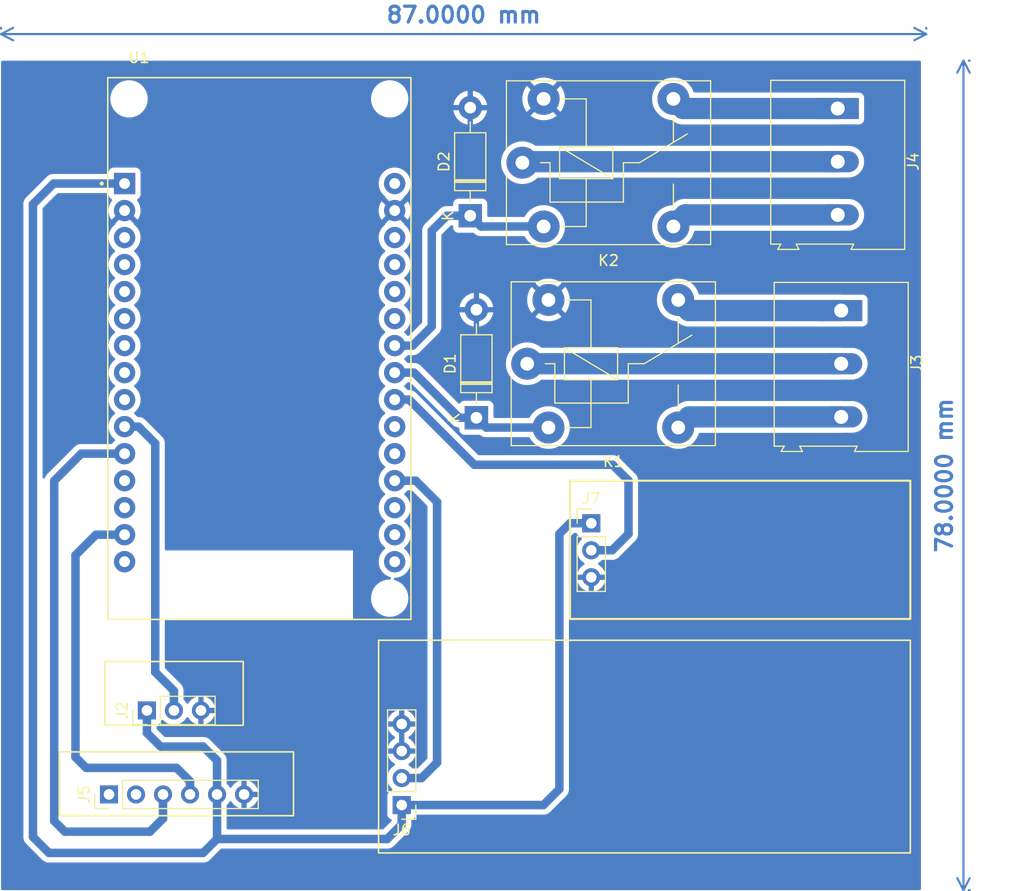
<source format=kicad_pcb>
(kicad_pcb (version 20221018) (generator pcbnew)
  (layers (0 "F.Cu" signal) (31 "B.Cu" signal) (34 "B.Paste" user) (35 "F.Paste" user) (36 "B.SilkS" user "B.Silkscreen") (37 "F.SilkS" user "F.Silkscreen") (38 "B.Mask" user) (39 "F.Mask" user) (44 "Edge.Cuts" user))
  (net 0 "")
  (net 17 "GND")
  (net 18 "SDA")
  (net 19 "SCL")
  (net 20 "Net-(J3-Pin_1)")
  (net 21 "Net-(J3-Pin_2)")
  (net 22 "Net-(J3-Pin_3)")
  (net 23 "Net-(J4-Pin_1)")
  (net 24 "Net-(J4-Pin_2)")
  (net 25 "Net-(J4-Pin_3)")
  (net 26 "D25")
  (net 27 "D26")
  (net 28 "+3.3V")
  (net 29 "DHT11")
  (net 30 "+5V")
  (net 31 "D33")
  (net 32 "D34")
  (footprint "Relay_THT:Relay_SPDT_Finder_36.11" (layer "F.Cu") (at 154.975 89)
    (fp_text reference "K1" (at 8.1 9.2) (layer "F.SilkS"))
    (fp_text value "Relay_SPDT")
    (fp_line (start -1.5 -7.7) (end -1.5 -1.2) (stroke (width 0.12)) (layer "F.SilkS"))
    (fp_line (start -1.5 -7.7) (end 17.7 -7.7) (stroke (width 0.12)) (layer "F.SilkS"))
    (fp_line (start -1.5 1.2) (end -1.5 7.7) (stroke (width 0.12)) (layer "F.SilkS"))
    (fp_line (start 2.6 0) (end 1.7 0) (stroke (width 0.12)) (layer "F.SilkS"))
    (fp_line (start 2.6 0) (end 2.6 3.7) (stroke (width 0.12)) (layer "F.SilkS"))
    (fp_line (start 3.5 -1.5) (end 8.5 -1.5) (stroke (width 0.12)) (layer "F.SilkS"))
    (fp_line (start 3.5 1.5) (end 3.5 -1.5) (stroke (width 0.12)) (layer "F.SilkS"))
    (fp_line (start 3.7 6) (end 6 6) (stroke (width 0.12)) (layer "F.SilkS"))
    (fp_line (start 6 -6) (end 3.7 -6) (stroke (width 0.12)) (layer "F.SilkS"))
    (fp_line (start 6 -6) (end 6 -1.5) (stroke (width 0.12)) (layer "F.SilkS"))
    (fp_line (start 6 1.5) (end 6 6) (stroke (width 0.12)) (layer "F.SilkS"))
    (fp_line (start 8.5 -1.5) (end 8.5 1.5) (stroke (width 0.12)) (layer "F.SilkS"))
    (fp_line (start 8.5 1.5) (end 3.5 -1.5) (stroke (width 0.12)) (layer "F.SilkS"))
    (fp_line (start 8.5 1.5) (end 3.5 1.5) (stroke (width 0.12)) (layer "F.SilkS"))
    (fp_line (start 9.5 0) (end 9.5 3.7) (stroke (width 0.12)) (layer "F.SilkS"))
    (fp_line (start 9.5 0) (end 11 0) (stroke (width 0.12)) (layer "F.SilkS"))
    (fp_line (start 9.5 3.7) (end 2.6 3.7) (stroke (width 0.12)) (layer "F.SilkS"))
    (fp_line (start 11 0) (end 15.5 -2.7) (stroke (width 0.12)) (layer "F.SilkS"))
    (fp_line (start 14.2 -4.3) (end 14.2 -2) (stroke (width 0.12)) (layer "F.SilkS"))
    (fp_line (start 14.2 4.3) (end 14.2 2) (stroke (width 0.12)) (layer "F.SilkS"))
    (fp_line (start 17.7 -7.7) (end 17.7 7.7) (stroke (width 0.12)) (layer "F.SilkS"))
    (fp_line (start 17.7 7.7) (end -1.5 7.7) (stroke (width 0.12)) (layer "F.SilkS"))
    (pad "11" thru_hole circle (at 0 0) (size 3 3) (drill 1.3) (layers "*.Cu" "*.Mask") (net 21 "Net-(J3-Pin_2)"))
    (pad "12" thru_hole circle (at 14.2 -6) (size 3 3) (drill 1.3) (layers "*.Cu" "*.Mask") (net 20 "Net-(J3-Pin_1)"))
    (pad "14" thru_hole circle (at 14.2 6) (size 3 3) (drill 1.3) (layers "*.Cu" "*.Mask") (net 22 "Net-(J3-Pin_3)"))
    (pad "A1" thru_hole circle (at 2 6) (size 3 3) (drill 1.3) (layers "*.Cu" "*.Mask") (net 26 "D25"))
    (pad "A2" thru_hole circle (at 2 -6) (size 3 3) (drill 1.3) (layers "*.Cu" "*.Mask") (net 17 "GND"))
  )
  (footprint "Relay_THT:Relay_SPDT_Finder_36.11" (layer "F.Cu") (at 154.523 70.096)
    (fp_text reference "K2" (at 8.1 9.2) (layer "F.SilkS"))
    (fp_text value "Relay_SPDT")
    (fp_line (start -1.5 -7.7) (end -1.5 -1.2) (stroke (width 0.12)) (layer "F.SilkS"))
    (fp_line (start -1.5 -7.7) (end 17.7 -7.7) (stroke (width 0.12)) (layer "F.SilkS"))
    (fp_line (start -1.5 1.2) (end -1.5 7.7) (stroke (width 0.12)) (layer "F.SilkS"))
    (fp_line (start 2.6 0) (end 1.7 0) (stroke (width 0.12)) (layer "F.SilkS"))
    (fp_line (start 2.6 0) (end 2.6 3.7) (stroke (width 0.12)) (layer "F.SilkS"))
    (fp_line (start 3.5 -1.5) (end 8.5 -1.5) (stroke (width 0.12)) (layer "F.SilkS"))
    (fp_line (start 3.5 1.5) (end 3.5 -1.5) (stroke (width 0.12)) (layer "F.SilkS"))
    (fp_line (start 3.7 6) (end 6 6) (stroke (width 0.12)) (layer "F.SilkS"))
    (fp_line (start 6 -6) (end 3.7 -6) (stroke (width 0.12)) (layer "F.SilkS"))
    (fp_line (start 6 -6) (end 6 -1.5) (stroke (width 0.12)) (layer "F.SilkS"))
    (fp_line (start 6 1.5) (end 6 6) (stroke (width 0.12)) (layer "F.SilkS"))
    (fp_line (start 8.5 -1.5) (end 8.5 1.5) (stroke (width 0.12)) (layer "F.SilkS"))
    (fp_line (start 8.5 1.5) (end 3.5 -1.5) (stroke (width 0.12)) (layer "F.SilkS"))
    (fp_line (start 8.5 1.5) (end 3.5 1.5) (stroke (width 0.12)) (layer "F.SilkS"))
    (fp_line (start 9.5 0) (end 9.5 3.7) (stroke (width 0.12)) (layer "F.SilkS"))
    (fp_line (start 9.5 0) (end 11 0) (stroke (width 0.12)) (layer "F.SilkS"))
    (fp_line (start 9.5 3.7) (end 2.6 3.7) (stroke (width 0.12)) (layer "F.SilkS"))
    (fp_line (start 11 0) (end 15.5 -2.7) (stroke (width 0.12)) (layer "F.SilkS"))
    (fp_line (start 14.2 -4.3) (end 14.2 -2) (stroke (width 0.12)) (layer "F.SilkS"))
    (fp_line (start 14.2 4.3) (end 14.2 2) (stroke (width 0.12)) (layer "F.SilkS"))
    (fp_line (start 17.7 -7.7) (end 17.7 7.7) (stroke (width 0.12)) (layer "F.SilkS"))
    (fp_line (start 17.7 7.7) (end -1.5 7.7) (stroke (width 0.12)) (layer "F.SilkS"))
    (pad "11" thru_hole circle (at 0 0) (size 3 3) (drill 1.3) (layers "*.Cu" "*.Mask") (net 24 "Net-(J4-Pin_2)"))
    (pad "12" thru_hole circle (at 14.2 -6) (size 3 3) (drill 1.3) (layers "*.Cu" "*.Mask") (net 23 "Net-(J4-Pin_1)"))
    (pad "14" thru_hole circle (at 14.2 6) (size 3 3) (drill 1.3) (layers "*.Cu" "*.Mask") (net 25 "Net-(J4-Pin_3)"))
    (pad "A1" thru_hole circle (at 2 6) (size 3 3) (drill 1.3) (layers "*.Cu" "*.Mask") (net 27 "D26"))
    (pad "A2" thru_hole circle (at 2 -6) (size 3 3) (drill 1.3) (layers "*.Cu" "*.Mask") (net 17 "GND"))
  )
  (footprint "TerminalBlock:TerminalBlock_Altech_AK300-3_P5.00mm" (layer "F.Cu") (at 184.175 65 -90)
    (fp_text reference "J4" (at 5 -7.1 90) (layer "F.SilkS"))
    (fp_text value "Screw_Terminal_01x03")
    (fp_line (start -2.65 -6.3) (end -2.65 6.3) (stroke (width 0.12)) (layer "F.SilkS"))
    (fp_line (start -2.65 6.3) (end 12.75 6.3) (stroke (width 0.12)) (layer "F.SilkS"))
    (fp_line (start 12.75 -1.5) (end 13.25 -1.25) (stroke (width 0.12)) (layer "F.SilkS"))
    (fp_line (start 12.75 3.9) (end 12.75 -1.5) (stroke (width 0.12)) (layer "F.SilkS"))
    (fp_line (start 12.75 5.35) (end 13.25 5.65) (stroke (width 0.12)) (layer "F.SilkS"))
    (fp_line (start 12.75 6.3) (end 12.75 5.35) (stroke (width 0.12)) (layer "F.SilkS"))
    (fp_line (start 13.25 -6.3) (end -2.65 -6.3) (stroke (width 0.12)) (layer "F.SilkS"))
    (fp_line (start 13.25 -1.25) (end 13.25 -6.3) (stroke (width 0.12)) (layer "F.SilkS"))
    (fp_line (start 13.25 3.65) (end 12.75 3.9) (stroke (width 0.12)) (layer "F.SilkS"))
    (fp_line (start 13.25 5.65) (end 13.25 3.65) (stroke (width 0.12)) (layer "F.SilkS"))
    (pad "1" thru_hole rect (at 0 0 270) (size 1.98 3.96) (drill 1.32) (layers "*.Cu" "*.Mask") (net 23 "Net-(J4-Pin_1)"))
    (pad "2" thru_hole oval (at 5 0 270) (size 1.98 3.96) (drill 1.32) (layers "*.Cu" "*.Mask") (net 24 "Net-(J4-Pin_2)"))
    (pad "3" thru_hole oval (at 10 0 270) (size 1.98 3.96) (drill 1.32) (layers "*.Cu" "*.Mask") (net 25 "Net-(J4-Pin_3)"))
  )
  (footprint "Connector_PinHeader_2.54mm:PinHeader_1x04_P2.54mm_Vertical" (layer "F.Cu") (at 143.175 130.5 180)
    (fp_text reference "J6" (at 0 -2.33) (layer "F.SilkS"))
    (fp_text value "ZMPT101b")
    (fp_line (start -1.33 -1.33) (end 0 -1.33) (stroke (width 0.12)) (layer "F.SilkS"))
    (fp_line (start -1.33 0) (end -1.33 -1.33) (stroke (width 0.12)) (layer "F.SilkS"))
    (fp_line (start -1.33 1.27) (end -1.33 8.95) (stroke (width 0.12)) (layer "F.SilkS"))
    (fp_line (start -1.33 1.27) (end 1.33 1.27) (stroke (width 0.12)) (layer "F.SilkS"))
    (fp_line (start -1.33 8.95) (end 1.33 8.95) (stroke (width 0.12)) (layer "F.SilkS"))
    (fp_line (start 1.33 1.27) (end 1.33 8.95) (stroke (width 0.12)) (layer "F.SilkS"))
    (pad "1" thru_hole rect (at 0 0 180) (size 1.7 1.7) (drill 1) (layers "*.Cu" "*.Mask") (net 28 "+3.3V"))
    (pad "2" thru_hole oval (at 0 2.54 180) (size 1.7 1.7) (drill 1) (layers "*.Cu" "*.Mask") (net 32 "D34"))
    (pad "3" thru_hole oval (at 0 5.08 180) (size 1.7 1.7) (drill 1) (layers "*.Cu" "*.Mask") (net 17 "GND"))
    (pad "4" thru_hole oval (at 0 7.62 180) (size 1.7 1.7) (drill 1) (layers "*.Cu" "*.Mask") (net 17 "GND"))
  )
  (footprint "Connector_PinHeader_2.54mm:PinHeader_1x03_P2.54mm_Vertical" (layer "F.Cu") (at 161 104)
    (fp_text reference "J7" (at 0 -2.33) (layer "F.SilkS"))
    (fp_text value "ACS712")
    (fp_line (start -1.33 -1.33) (end 0 -1.33) (stroke (width 0.12)) (layer "F.SilkS"))
    (fp_line (start -1.33 0) (end -1.33 -1.33) (stroke (width 0.12)) (layer "F.SilkS"))
    (fp_line (start -1.33 1.27) (end -1.33 6.41) (stroke (width 0.12)) (layer "F.SilkS"))
    (fp_line (start -1.33 1.27) (end 1.33 1.27) (stroke (width 0.12)) (layer "F.SilkS"))
    (fp_line (start -1.33 6.41) (end 1.33 6.41) (stroke (width 0.12)) (layer "F.SilkS"))
    (fp_line (start 1.33 1.27) (end 1.33 6.41) (stroke (width 0.12)) (layer "F.SilkS"))
    (pad "1" thru_hole rect (at 0 0) (size 1.7 1.7) (drill 1) (layers "*.Cu" "*.Mask") (net 28 "+3.3V"))
    (pad "2" thru_hole oval (at 0 2.54) (size 1.7 1.7) (drill 1) (layers "*.Cu" "*.Mask") (net 31 "D33"))
    (pad "3" thru_hole oval (at 0 5.08) (size 1.7 1.7) (drill 1) (layers "*.Cu" "*.Mask") (net 17 "GND"))
  )
  (footprint "ESP32-DEVKIT-V1:MODULE_ESP32_DEVKIT_V1" (layer "F.Cu") (at 129.814 87.57)
    (fp_text reference "U1" (at -11.355 -27.36) (layer "F.SilkS"))
    (fp_text value "ESP32-DEVKIT-V1")
    (fp_line (start -14.28 -25.475) (end -3.211 -25.475) (stroke (width 0.127)) (layer "F.SilkS"))
    (fp_line (start -14.28 -25.475) (end 14.23 -25.475) (stroke (width 0.127)) (layer "F.SilkS"))
    (fp_line (start -14.28 25.475) (end -14.28 -25.475) (stroke (width 0.127)) (layer "F.SilkS"))
    (fp_line (start -14.28 25.475) (end -14.28 -25.475) (stroke (width 0.127)) (layer "F.SilkS"))
    (fp_line (start -14.28 25.475) (end -8.91 25.475) (stroke (width 0.127)) (layer "F.SilkS"))
    (fp_line (start -8.91 25.475) (end 8.78 25.475) (stroke (width 0.127)) (layer "F.SilkS"))
    (fp_line (start -3.211 -25.475) (end 3.5 -25.475) (stroke (width 0.127)) (layer "F.SilkS"))
    (fp_line (start 3.5 -25.475) (end 14.23 -25.475) (stroke (width 0.127)) (layer "F.SilkS"))
    (fp_line (start 8.78 25.475) (end 14.23 25.475) (stroke (width 0.127)) (layer "F.SilkS"))
    (fp_line (start 14.23 -25.475) (end 14.23 25.475) (stroke (width 0.127)) (layer "F.SilkS"))
    (fp_line (start 14.23 -25.475) (end 14.23 25.475) (stroke (width 0.127)) (layer "F.SilkS"))
    (fp_line (start 14.23 25.475) (end -14.28 25.475) (stroke (width 0.127)) (layer "F.SilkS"))
    (fp_circle (center -14.85 -15.515) (end -14.75 -15.515) (stroke (width 0.2)) (fill none) (layer "F.SilkS"))
    (pad "" np_thru_hole circle (at -12.28 -23.475) (size 3 3) (drill 3) (layers "*.Cu" "*.Mask"))
    (pad "" np_thru_hole circle (at -12.28 23.475) (size 3 3) (drill 3) (layers "*.Cu" "*.Mask"))
    (pad "" np_thru_hole circle (at 12.23 -23.475) (size 3 3) (drill 3) (layers "*.Cu" "*.Mask"))
    (pad "" np_thru_hole circle (at 12.23 23.475) (size 3 3) (drill 3) (layers "*.Cu" "*.Mask"))
    (pad "1" thru_hole rect (at -12.7 -15.515) (size 2 2) (drill 1.02) (layers "*.Cu" "*.Mask") (net 28 "+3.3V"))
    (pad "2" thru_hole circle (at -12.7 -12.975) (size 2 2) (drill 1.02) (layers "*.Cu" "*.Mask") (net 17 "GND"))
    (pad "3" thru_hole circle (at -12.7 -10.435) (size 2 2) (drill 1.02) (layers "*.Cu" "*.Mask"))
    (pad "4" thru_hole circle (at -12.7 -7.895) (size 2 2) (drill 1.02) (layers "*.Cu" "*.Mask"))
    (pad "5" thru_hole circle (at -12.7 -5.355) (size 2 2) (drill 1.02) (layers "*.Cu" "*.Mask"))
    (pad "6" thru_hole circle (at -12.7 -2.815) (size 2 2) (drill 1.02) (layers "*.Cu" "*.Mask"))
    (pad "7" thru_hole circle (at -12.7 -0.275) (size 2 2) (drill 1.02) (layers "*.Cu" "*.Mask"))
    (pad "8" thru_hole circle (at -12.7 2.265) (size 2 2) (drill 1.02) (layers "*.Cu" "*.Mask"))
    (pad "9" thru_hole circle (at -12.7 4.805) (size 2 2) (drill 1.02) (layers "*.Cu" "*.Mask"))
    (pad "10" thru_hole circle (at -12.7 7.345) (size 2 2) (drill 1.02) (layers "*.Cu" "*.Mask") (net 29 "DHT11"))
    (pad "11" thru_hole circle (at -12.7 9.885) (size 2 2) (drill 1.02) (layers "*.Cu" "*.Mask") (net 18 "SDA"))
    (pad "12" thru_hole circle (at -12.7 12.425) (size 2 2) (drill 1.02) (layers "*.Cu" "*.Mask"))
    (pad "13" thru_hole circle (at -12.7 14.965) (size 2 2) (drill 1.02) (layers "*.Cu" "*.Mask"))
    (pad "14" thru_hole circle (at -12.7 17.505) (size 2 2) (drill 1.02) (layers "*.Cu" "*.Mask") (net 19 "SCL"))
    (pad "15" thru_hole circle (at -12.7 20.045) (size 2 2) (drill 1.02) (layers "*.Cu" "*.Mask"))
    (pad "16" thru_hole circle (at 12.7 20.045) (size 2 2) (drill 1.02) (layers "*.Cu" "*.Mask"))
    (pad "17" thru_hole circle (at 12.7 17.505) (size 2 2) (drill 1.02) (layers "*.Cu" "*.Mask"))
    (pad "18" thru_hole circle (at 12.7 14.965) (size 2 2) (drill 1.02) (layers "*.Cu" "*.Mask"))
    (pad "19" thru_hole circle (at 12.7 12.425) (size 2 2) (drill 1.02) (layers "*.Cu" "*.Mask") (net 32 "D34"))
    (pad "20" thru_hole circle (at 12.7 9.885) (size 2 2) (drill 1.02) (layers "*.Cu" "*.Mask"))
    (pad "21" thru_hole circle (at 12.7 7.345) (size 2 2) (drill 1.02) (layers "*.Cu" "*.Mask"))
    (pad "22" thru_hole circle (at 12.7 4.805) (size 2 2) (drill 1.02) (layers "*.Cu" "*.Mask") (net 31 "D33"))
    (pad "23" thru_hole circle (at 12.7 2.265) (size 2 2) (drill 1.02) (layers "*.Cu" "*.Mask") (net 26 "D25"))
    (pad "24" thru_hole circle (at 12.7 -0.275) (size 2 2) (drill 1.02) (layers "*.Cu" "*.Mask") (net 27 "D26"))
    (pad "25" thru_hole circle (at 12.7 -2.815) (size 2 2) (drill 1.02) (layers "*.Cu" "*.Mask"))
    (pad "26" thru_hole circle (at 12.7 -5.355) (size 2 2) (drill 1.02) (layers "*.Cu" "*.Mask"))
    (pad "27" thru_hole circle (at 12.7 -7.895) (size 2 2) (drill 1.02) (layers "*.Cu" "*.Mask"))
    (pad "28" thru_hole circle (at 12.7 -10.435) (size 2 2) (drill 1.02) (layers "*.Cu" "*.Mask"))
    (pad "29" thru_hole circle (at 12.7 -12.975) (size 2 2) (drill 1.02) (layers "*.Cu" "*.Mask") (net 17 "GND"))
    (pad "30" thru_hole circle (at 12.7 -15.515) (size 2 2) (drill 1.02) (layers "*.Cu" "*.Mask") (net 30 "+5V"))
    (zone (net 0) (net_name "") (layer "B.Cu") (connect_pads (clearance 0)) (min_thickness 0.01)
      (keepout (tracks not_allowed) (vias not_allowed) (pads not_allowed) (copperpour not_allowed) (footprints allowed))
      (fill (thermal_gap 0.508) (thermal_bridge_width 0.508))
      (polygon (pts (xy 120.904 106.555) (xy 138.594 106.555) (xy 138.594 113.045) (xy 120.904 113.045)))
    )
  )
  (footprint "Connector_PinHeader_2.54mm:PinHeader_1x03_P2.54mm_Vertical" (layer "F.Cu") (at 119.216 121.604 90)
    (fp_text reference "J2" (at 0 -2.33 90) (layer "F.SilkS"))
    (fp_text value "DHT11")
    (fp_line (start -1.33 -1.33) (end 0 -1.33) (stroke (width 0.12)) (layer "F.SilkS"))
    (fp_line (start -1.33 0) (end -1.33 -1.33) (stroke (width 0.12)) (layer "F.SilkS"))
    (fp_line (start -1.33 1.27) (end -1.33 6.41) (stroke (width 0.12)) (layer "F.SilkS"))
    (fp_line (start -1.33 1.27) (end 1.33 1.27) (stroke (width 0.12)) (layer "F.SilkS"))
    (fp_line (start -1.33 6.41) (end 1.33 6.41) (stroke (width 0.12)) (layer "F.SilkS"))
    (fp_line (start 1.33 1.27) (end 1.33 6.41) (stroke (width 0.12)) (layer "F.SilkS"))
    (pad "1" thru_hole rect (at 0 0 90) (size 1.7 1.7) (drill 1) (layers "*.Cu" "*.Mask") (net 28 "+3.3V"))
    (pad "2" thru_hole oval (at 0 2.54 90) (size 1.7 1.7) (drill 1) (layers "*.Cu" "*.Mask") (net 29 "DHT11"))
    (pad "3" thru_hole oval (at 0 5.08 90) (size 1.7 1.7) (drill 1) (layers "*.Cu" "*.Mask") (net 17 "GND"))
  )
  (footprint "Connector_PinHeader_2.54mm:PinHeader_1x06_P2.54mm_Vertical" (layer "F.Cu") (at 115.65 129.5 90)
    (fp_text reference "J5" (at 0 -2.33 90) (layer "F.SilkS"))
    (fp_text value "Conn_01x06_Pin")
    (fp_line (start -1.33 -1.33) (end 0 -1.33) (stroke (width 0.12)) (layer "F.SilkS"))
    (fp_line (start -1.33 0) (end -1.33 -1.33) (stroke (width 0.12)) (layer "F.SilkS"))
    (fp_line (start -1.33 1.27) (end -1.33 14.03) (stroke (width 0.12)) (layer "F.SilkS"))
    (fp_line (start -1.33 1.27) (end 1.33 1.27) (stroke (width 0.12)) (layer "F.SilkS"))
    (fp_line (start -1.33 14.03) (end 1.33 14.03) (stroke (width 0.12)) (layer "F.SilkS"))
    (fp_line (start 1.33 1.27) (end 1.33 14.03) (stroke (width 0.12)) (layer "F.SilkS"))
    (pad "1" thru_hole rect (at 0 0 90) (size 1.7 1.7) (drill 1) (layers "*.Cu" "*.Mask"))
    (pad "2" thru_hole oval (at 0 2.54 90) (size 1.7 1.7) (drill 1) (layers "*.Cu" "*.Mask"))
    (pad "3" thru_hole oval (at 0 5.08 90) (size 1.7 1.7) (drill 1) (layers "*.Cu" "*.Mask") (net 18 "SDA"))
    (pad "4" thru_hole oval (at 0 7.62 90) (size 1.7 1.7) (drill 1) (layers "*.Cu" "*.Mask") (net 19 "SCL"))
    (pad "5" thru_hole oval (at 0 10.16 90) (size 1.7 1.7) (drill 1) (layers "*.Cu" "*.Mask") (net 28 "+3.3V"))
    (pad "6" thru_hole oval (at 0 12.7 90) (size 1.7 1.7) (drill 1) (layers "*.Cu" "*.Mask") (net 17 "GND"))
  )
  (footprint "Diode_THT:D_DO-41_SOD81_P10.16mm_Horizontal" (layer "F.Cu") (at 149.619 75.08 90)
    (fp_text reference "D2" (at 5.08 -2.47 90) (layer "F.SilkS"))
    (fp_text value "1N4001")
    (fp_text user "K" (at 0 -2.1 90) (layer "F.SilkS"))
    (fp_line (start 1.34 0) (end 2.36 0) (stroke (width 0.12)) (layer "F.SilkS"))
    (fp_line (start 2.36 -1.47) (end 2.36 1.47) (stroke (width 0.12)) (layer "F.SilkS"))
    (fp_line (start 2.36 1.47) (end 7.8 1.47) (stroke (width 0.12)) (layer "F.SilkS"))
    (fp_line (start 3.14 -1.47) (end 3.14 1.47) (stroke (width 0.12)) (layer "F.SilkS"))
    (fp_line (start 3.26 -1.47) (end 3.26 1.47) (stroke (width 0.12)) (layer "F.SilkS"))
    (fp_line (start 3.38 -1.47) (end 3.38 1.47) (stroke (width 0.12)) (layer "F.SilkS"))
    (fp_line (start 7.8 -1.47) (end 2.36 -1.47) (stroke (width 0.12)) (layer "F.SilkS"))
    (fp_line (start 7.8 1.47) (end 7.8 -1.47) (stroke (width 0.12)) (layer "F.SilkS"))
    (fp_line (start 8.82 0) (end 7.8 0) (stroke (width 0.12)) (layer "F.SilkS"))
    (pad "1" thru_hole rect (at 0 0 90) (size 2.2 2.2) (drill 1.1) (layers "*.Cu" "*.Mask") (net 27 "D26"))
    (pad "2" thru_hole oval (at 10.16 0 90) (size 2.2 2.2) (drill 1.1) (layers "*.Cu" "*.Mask") (net 17 "GND"))
  )
  (footprint "TerminalBlock:TerminalBlock_Altech_AK300-3_P5.00mm" (layer "F.Cu") (at 184.5 84 -90)
    (fp_text reference "J3" (at 5 -7.1 90) (layer "F.SilkS"))
    (fp_text value "Screw_Terminal_01x03")
    (fp_line (start -2.65 -6.3) (end -2.65 6.3) (stroke (width 0.12)) (layer "F.SilkS"))
    (fp_line (start -2.65 6.3) (end 12.75 6.3) (stroke (width 0.12)) (layer "F.SilkS"))
    (fp_line (start 12.75 -1.5) (end 13.25 -1.25) (stroke (width 0.12)) (layer "F.SilkS"))
    (fp_line (start 12.75 3.9) (end 12.75 -1.5) (stroke (width 0.12)) (layer "F.SilkS"))
    (fp_line (start 12.75 5.35) (end 13.25 5.65) (stroke (width 0.12)) (layer "F.SilkS"))
    (fp_line (start 12.75 6.3) (end 12.75 5.35) (stroke (width 0.12)) (layer "F.SilkS"))
    (fp_line (start 13.25 -6.3) (end -2.65 -6.3) (stroke (width 0.12)) (layer "F.SilkS"))
    (fp_line (start 13.25 -1.25) (end 13.25 -6.3) (stroke (width 0.12)) (layer "F.SilkS"))
    (fp_line (start 13.25 3.65) (end 12.75 3.9) (stroke (width 0.12)) (layer "F.SilkS"))
    (fp_line (start 13.25 5.65) (end 13.25 3.65) (stroke (width 0.12)) (layer "F.SilkS"))
    (pad "1" thru_hole rect (at 0 0 270) (size 1.98 3.96) (drill 1.32) (layers "*.Cu" "*.Mask") (net 20 "Net-(J3-Pin_1)"))
    (pad "2" thru_hole oval (at 5 0 270) (size 1.98 3.96) (drill 1.32) (layers "*.Cu" "*.Mask") (net 21 "Net-(J3-Pin_2)"))
    (pad "3" thru_hole oval (at 10 0 270) (size 1.98 3.96) (drill 1.32) (layers "*.Cu" "*.Mask") (net 22 "Net-(J3-Pin_3)"))
  )
  (footprint "Diode_THT:D_DO-41_SOD81_P10.16mm_Horizontal" (layer "F.Cu") (at 150.198 94.08 90)
    (fp_text reference "D1" (at 5.08 -2.47 90) (layer "F.SilkS"))
    (fp_text value "1N4001")
    (fp_text user "K" (at 0 -2.1 90) (layer "F.SilkS"))
    (fp_line (start 1.34 0) (end 2.36 0) (stroke (width 0.12)) (layer "F.SilkS"))
    (fp_line (start 2.36 -1.47) (end 2.36 1.47) (stroke (width 0.12)) (layer "F.SilkS"))
    (fp_line (start 2.36 1.47) (end 7.8 1.47) (stroke (width 0.12)) (layer "F.SilkS"))
    (fp_line (start 3.14 -1.47) (end 3.14 1.47) (stroke (width 0.12)) (layer "F.SilkS"))
    (fp_line (start 3.26 -1.47) (end 3.26 1.47) (stroke (width 0.12)) (layer "F.SilkS"))
    (fp_line (start 3.38 -1.47) (end 3.38 1.47) (stroke (width 0.12)) (layer "F.SilkS"))
    (fp_line (start 7.8 -1.47) (end 2.36 -1.47) (stroke (width 0.12)) (layer "F.SilkS"))
    (fp_line (start 7.8 1.47) (end 7.8 -1.47) (stroke (width 0.12)) (layer "F.SilkS"))
    (fp_line (start 8.82 0) (end 7.8 0) (stroke (width 0.12)) (layer "F.SilkS"))
    (pad "1" thru_hole rect (at 0 0 90) (size 2.2 2.2) (drill 1.1) (layers "*.Cu" "*.Mask") (net 26 "D25"))
    (pad "2" thru_hole oval (at 10.16 0 90) (size 2.2 2.2) (drill 1.1) (layers "*.Cu" "*.Mask") (net 17 "GND"))
  )
  (gr_rect (start 159 100) (end 191 113) (stroke (width 0.2)) (fill none) (layer "F.SilkS"))
  (gr_rect (start 115.27 123) (end 128.27 117) (stroke (width 0.15)) (fill none) (layer "F.SilkS"))
  (gr_rect (start 141 115) (end 191 135) (stroke (width 0.15)) (fill none) (layer "F.SilkS"))
  (gr_rect (start 111 131.5) (end 133 125.5) (stroke (width 0.15)) (fill none) (layer "F.SilkS"))
  (dimension (type aligned) (layer "B.Cu") (pts (xy 105.5 58) (xy 192.5 58)) (height 0) (gr_text "87.0000 mm" (at 149 56.2) (layer "B.Cu") (effects (font (size 1.5 1.5) (thickness 0.3)))) (format (prefix "") (suffix "") (units 3) (units_format 1) (precision 4)) (style (thickness 0.2) (arrow_length 1.27) (text_position_mode 0) (extension_height 0.58642) (extension_offset 0.5) keep_text_aligned))
  (dimension (type aligned) (layer "B.Cu") (pts (xy 196 60.5) (xy 196 138.5)) (height 0) (gr_text "78.0000 mm" (at 194.2 99.5 90) (layer "B.Cu") (effects (font (size 1.5 1.5) (thickness 0.3)))) (format (prefix "") (suffix "") (units 3) (units_format 1) (precision 4)) (style (thickness 0.2) (arrow_length 1.27) (text_position_mode 0) (extension_height 0.58642) (extension_offset 0.5) keep_text_aligned))
  (segment (start 120.73 129.5) (end 120.73 131.77) (width 0.8) (layer "B.Cu") (net 18))
  (segment (start 111.5 133) (end 110.5 132) (width 0.8) (layer "B.Cu") (net 18))
  (segment (start 110.5 100) (end 113.045 97.455) (width 0.8) (layer "B.Cu") (net 18))
  (segment (start 119.5 133) (end 111.5 133) (width 0.8) (layer "B.Cu") (net 18))
  (segment (start 120.73 131.77) (end 119.5 133) (width 0.8) (layer "B.Cu") (net 18))
  (segment (start 110.5 132) (end 110.5 100) (width 0.8) (layer "B.Cu") (net 18))
  (segment (start 113.045 97.455) (end 117.114 97.455) (width 0.8) (layer "B.Cu") (net 18))
  (segment (start 122 127) (end 113.5 127) (width 0.8) (layer "B.Cu") (net 19))
  (segment (start 113.5 127) (end 112.5 126) (width 0.8) (layer "B.Cu") (net 19))
  (segment (start 112.5 107) (end 114.425 105.075) (width 0.8) (layer "B.Cu") (net 19))
  (segment (start 123.27 129.5) (end 123.27 128.27) (width 0.8) (layer "B.Cu") (net 19))
  (segment (start 112.5 126) (end 112.5 107) (width 0.8) (layer "B.Cu") (net 19))
  (segment (start 123.27 128.27) (end 122 127) (width 0.8) (layer "B.Cu") (net 19))
  (segment (start 114.425 105.075) (end 117.114 105.075) (width 0.8) (layer "B.Cu") (net 19))
  (segment (start 184.5 84) (end 170.175 84) (width 2) (layer "B.Cu") (net 20))
  (segment (start 170.175 84) (end 169.175 83) (width 2) (layer "B.Cu") (net 20))
  (segment (start 184.5 89) (end 154.975 89) (width 2) (layer "B.Cu") (net 21))
  (segment (start 184.5 94) (end 170.175 94) (width 2) (layer "B.Cu") (net 22))
  (segment (start 170.175 94) (end 169.175 95) (width 2) (layer "B.Cu") (net 22))
  (segment (start 169.627 65) (end 168.723 64.096) (width 2) (layer "B.Cu") (net 23))
  (segment (start 184.175 65) (end 169.627 65) (width 2) (layer "B.Cu") (net 23))
  (segment (start 184.175 70) (end 154.619 70) (width 2) (layer "B.Cu") (net 24))
  (segment (start 154.619 70) (end 154.523 70.096) (width 2) (layer "B.Cu") (net 24))
  (segment (start 184.175 75) (end 169.819 75) (width 2) (layer "B.Cu") (net 25))
  (segment (start 169.819 75) (end 168.723 76.096) (width 2) (layer "B.Cu") (net 25))
  (segment (start 151.118 95) (end 150.198 94.08) (width 0.8) (layer "B.Cu") (net 26))
  (segment (start 144.335 89.835) (end 142.514 89.835) (width 0.8) (layer "B.Cu") (net 26))
  (segment (start 150.198 94.08) (end 148.58 94.08) (width 0.8) (layer "B.Cu") (net 26))
  (segment (start 148.58 94.08) (end 144.335 89.835) (width 0.8) (layer "B.Cu") (net 26))
  (segment (start 156.975 95) (end 151.118 95) (width 0.8) (layer "B.Cu") (net 26))
  (segment (start 146 85.5) (end 144.205 87.295) (width 0.8) (layer "B.Cu") (net 27))
  (segment (start 144.205 87.295) (end 142.514 87.295) (width 0.8) (layer "B.Cu") (net 27))
  (segment (start 146 76.5) (end 146 85.5) (width 0.8) (layer "B.Cu") (net 27))
  (segment (start 147.42 75.08) (end 146 76.5) (width 0.8) (layer "B.Cu") (net 27))
  (segment (start 156.523 76.096) (end 150.635 76.096) (width 0.8) (layer "B.Cu") (net 27))
  (segment (start 150.635 76.096) (end 149.619 75.08) (width 0.8) (layer "B.Cu") (net 27))
  (segment (start 149.619 75.08) (end 147.42 75.08) (width 0.8) (layer "B.Cu") (net 27))
  (segment (start 158 129) (end 156.5 130.5) (width 0.8) (layer "B.Cu") (net 28))
  (segment (start 125.81 129.5) (end 125.81 133.69) (width 0.8) (layer "B.Cu") (net 28))
  (segment (start 159 104) (end 158 105) (width 0.8) (layer "B.Cu") (net 28))
  (segment (start 156.5 130.5) (end 143.175 130.5) (width 0.8) (layer "B.Cu") (net 28))
  (segment (start 125.81 129.5) (end 125.81 126.31) (width 0.8) (layer "B.Cu") (net 28))
  (segment (start 120.5 125) (end 119.216 123.716) (width 0.8) (layer "B.Cu") (net 28))
  (segment (start 141.81 133.69) (end 143.175 132.325) (width 0.8) (layer "B.Cu") (net 28))
  (segment (start 125.81 126.31) (end 124.5 125) (width 0.8) (layer "B.Cu") (net 28))
  (segment (start 108.5 133.5) (end 108.5 74) (width 0.8) (layer "B.Cu") (net 28))
  (segment (start 143.175 132.325) (end 143.175 130.5) (width 0.8) (layer "B.Cu") (net 28))
  (segment (start 125.81 133.69) (end 141.81 133.69) (width 0.8) (layer "B.Cu") (net 28))
  (segment (start 110 135) (end 108.5 133.5) (width 0.8) (layer "B.Cu") (net 28))
  (segment (start 124.5 125) (end 120.5 125) (width 0.8) (layer "B.Cu") (net 28))
  (segment (start 125.81 133.69) (end 124.5 135) (width 0.8) (layer "B.Cu") (net 28))
  (segment (start 161 104) (end 159 104) (width 0.8) (layer "B.Cu") (net 28))
  (segment (start 108.5 74) (end 110.445 72.055) (width 0.8) (layer "B.Cu") (net 28))
  (segment (start 158 105) (end 158 129) (width 0.8) (layer "B.Cu") (net 28))
  (segment (start 124.5 135) (end 110 135) (width 0.8) (layer "B.Cu") (net 28))
  (segment (start 110.445 72.055) (end 117.114 72.055) (width 0.8) (layer "B.Cu") (net 28))
  (segment (start 119.216 123.716) (end 119.216 121.604) (width 0.8) (layer "B.Cu") (net 28))
  (segment (start 120 118) (end 120 96.5) (width 0.8) (layer "B.Cu") (net 29))
  (segment (start 121.756 119.756) (end 120 118) (width 0.8) (layer "B.Cu") (net 29))
  (segment (start 118.415 94.915) (end 117.114 94.915) (width 0.8) (layer "B.Cu") (net 29))
  (segment (start 121.756 121.604) (end 121.756 119.756) (width 0.8) (layer "B.Cu") (net 29))
  (segment (start 120 96.5) (end 118.415 94.915) (width 0.8) (layer "B.Cu") (net 29))
  (segment (start 150 98.5) (end 143.875 92.375) (width 0.8) (layer "B.Cu") (net 31))
  (segment (start 161 106.54) (end 162.96 106.54) (width 0.8) (layer "B.Cu") (net 31))
  (segment (start 163 98.5) (end 150 98.5) (width 0.8) (layer "B.Cu") (net 31))
  (segment (start 143.875 92.375) (end 142.514 92.375) (width 0.8) (layer "B.Cu") (net 31))
  (segment (start 164.5 100) (end 163 98.5) (width 0.8) (layer "B.Cu") (net 31))
  (segment (start 164.5 105) (end 164.5 100) (width 0.8) (layer "B.Cu") (net 31))
  (segment (start 162.96 106.54) (end 164.5 105) (width 0.8) (layer "B.Cu") (net 31))
  (segment (start 145.04 127.96) (end 146.5 126.5) (width 0.8) (layer "B.Cu") (net 32))
  (segment (start 144.495 99.995) (end 142.514 99.995) (width 0.8) (layer "B.Cu") (net 32))
  (segment (start 146.5 102) (end 144.495 99.995) (width 0.8) (layer "B.Cu") (net 32))
  (segment (start 143.175 127.96) (end 145.04 127.96) (width 0.8) (layer "B.Cu") (net 32))
  (segment (start 146.5 126.5) (end 146.5 102) (width 0.8) (layer "B.Cu") (net 32))
  (zone (net 17) (net_name "GND") (layer "B.Cu") (connect_pads (clearance 0.5)) (min_thickness 0.25) (fill yes (thermal_gap 0.5) (thermal_bridge_width 0.5))
    (polygon (pts (xy 105.5 138.5) (xy 192 138.5) (xy 192 60.5) (xy 105.5 60.5)))
  )
)
</source>
